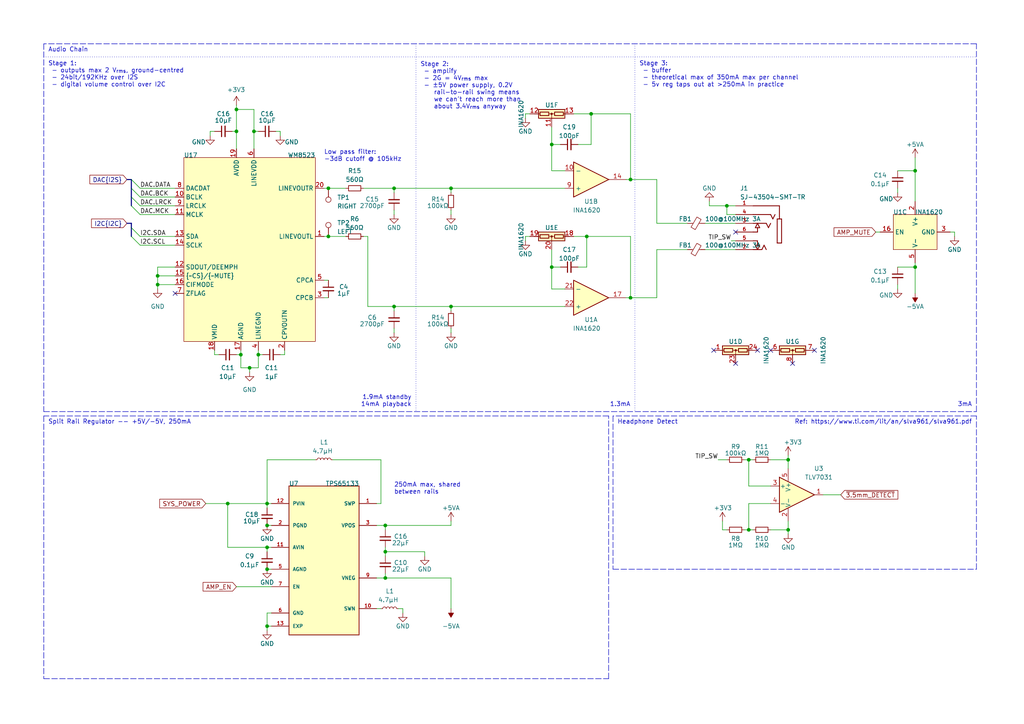
<source format=kicad_sch>
(kicad_sch (version 20230121) (generator eeschema)
  (paper "A4")
  (title_block (title "TANGARA") (date "2023-05-30") (rev "4") (company "made by jacqueline") (comment 1 "SPDX-License-Identifier: CERN-OHL-S-2.0"))
  (lib_symbols
    (symbol "Comparator:TLV7031DBV" (pin_names (offset 0.127))
      (property "Reference" "U" (at -1.27 6.35 0))
      (property "Value" "TLV7031DBV" (at -1.27 3.81 0))
      (symbol "TLV7031DBV_0_1"
        (polyline (pts (xy -5.08 5.08) (xy 5.08 0) (xy -5.08 -5.08) (xy -5.08 5.08)) (stroke (width 0.254)) (fill (type background)))
        (pin power_in line (at -2.54 -7.62 90) (length 3.81) (name "V-") (number "2"))
        (pin power_in line (at -2.54 7.62 270) (length 3.81) (name "V+") (number "5"))
      )
      (symbol "TLV7031DBV_1_1"
        (pin output line (at 7.62 0 180) (length 2.54) (name "~") (number "1"))
        (pin input line (at -7.62 2.54 0) (length 2.54) (name "+") (number "3"))
        (pin input line (at -7.62 -2.54 0) (length 2.54) (name "-") (number "4"))
      )
    )
    (symbol "Connector:TestPoint" (pin_numbers hide) (pin_names (offset 0.762) hide)
      (property "Reference" "TP" (at 0 6.858 0))
      (property "Value" "TestPoint" (at 0 5.08 0))
      (symbol "TestPoint_0_1"
        (circle (center 0 3.302) (radius 0.762))
      )
      (symbol "TestPoint_1_1"
        (pin passive line (at 0 0 90) (length 2.54) (name "1") (number "1"))
      )
    )
    (symbol "Device:C_Small" (pin_numbers hide) (pin_names (offset 0.254) hide)
      (property "Reference" "C" (at 0.254 1.778 0))
      (property "Value" "C_Small" (at 0.254 -2.032 0))
      (symbol "C_Small_0_1"
        (polyline (pts (xy -1.524 -0.508) (xy 1.524 -0.508)) (stroke (width 0.3302)))
        (polyline (pts (xy -1.524 0.508) (xy 1.524 0.508)) (stroke (width 0.3048)))
      )
      (symbol "C_Small_1_1"
        (pin passive line (at 0 2.54 270) (length 2.032) (name "~") (number "1"))
        (pin passive line (at 0 -2.54 90) (length 2.032) (name "~") (number "2"))
      )
    )
    (symbol "Device:Ferrite_Bead_Small" (pin_numbers hide) (pin_names (offset 0))
      (property "Reference" "FB" (at 1.905 1.27 0))
      (property "Value" "Device_Ferrite_Bead_Small" (at 1.905 -1.27 0))
      (symbol "Ferrite_Bead_Small_0_1"
        (polyline (pts (xy 0 -1.27) (xy 0 -0.7874)))
        (polyline (pts (xy 0 0.889) (xy 0 1.2954)))
        (polyline (pts (xy -1.8288 0.2794) (xy -1.1176 1.4986) (xy 1.8288 -0.2032) (xy 1.1176 -1.4224) (xy -1.8288 0.2794)))
      )
      (symbol "Ferrite_Bead_Small_1_1"
        (pin passive line (at 0 2.54 270) (length 1.27) (name "~") (number "1"))
        (pin passive line (at 0 -2.54 90) (length 1.27) (name "~") (number "2"))
      )
    )
    (symbol "Device:L_Small" (pin_numbers hide) (pin_names (offset 0.254) hide)
      (property "Reference" "L" (at 0.762 1.016 0))
      (property "Value" "L_Small" (at 0.762 -1.016 0))
      (symbol "L_Small_0_1"
        (arc (start 0 -2.032) (mid 0.5058 -1.524) (end 0 -1.016))
        (arc (start 0 -1.016) (mid 0.5058 -0.508) (end 0 0))
        (arc (start 0 0) (mid 0.5058 0.508) (end 0 1.016))
        (arc (start 0 1.016) (mid 0.5058 1.524) (end 0 2.032))
      )
      (symbol "L_Small_1_1"
        (pin passive line (at 0 2.54 270) (length 0.508) (name "~") (number "1"))
        (pin passive line (at 0 -2.54 90) (length 0.508) (name "~") (number "2"))
      )
    )
    (symbol "Device:R_Small" (pin_numbers hide) (pin_names (offset 0.254) hide)
      (property "Reference" "R" (at 0.762 0.508 0))
      (property "Value" "R_Small" (at 0.762 -1.016 0))
      (symbol "R_Small_0_1"
        (rectangle (start -0.762 1.778) (end 0.762 -1.778) (stroke (width 0.2032)))
      )
      (symbol "R_Small_1_1"
        (pin passive line (at 0 2.54 270) (length 0.762) (name "~") (number "1"))
        (pin passive line (at 0 -2.54 90) (length 0.762) (name "~") (number "2"))
      )
    )
    (symbol "power:+3V3" (power) (pin_names (offset 0))
      (property "Value" "+3V3" (at 0 3.556 0))
      (symbol "+3V3_0_1"
        (polyline (pts (xy -0.762 1.27) (xy 0 2.54)))
        (polyline (pts (xy 0 0) (xy 0 2.54)))
        (polyline (pts (xy 0 2.54) (xy 0.762 1.27)))
      )
      (symbol "+3V3_1_1"
        (pin power_in line (at 0 0 90) (length 0) hide (name "+3V3") (number "1"))
      )
    )
    (symbol "power:+5VA" (power) (pin_names (offset 0))
      (property "Value" "+5VA" (at 0 3.556 0))
      (symbol "+5VA_0_1"
        (polyline (pts (xy -0.762 1.27) (xy 0 2.54)))
        (polyline (pts (xy 0 0) (xy 0 2.54)))
        (polyline (pts (xy 0 2.54) (xy 0.762 1.27)))
      )
      (symbol "+5VA_1_1"
        (pin power_in line (at 0 0 90) (length 0) hide (name "+5VA") (number "1"))
      )
    )
    (symbol "power:-5VA" (power) (pin_names (offset 0))
      (property "Value" "-5VA" (at 0 3.81 0))
      (symbol "-5VA_0_0"
        (pin power_in line (at 0 0 90) (length 0) hide (name "-5VA") (number "1"))
      )
      (symbol "-5VA_0_1"
        (polyline (pts (xy 0 0) (xy 0 1.27) (xy 0.762 1.27) (xy 0 2.54) (xy -0.762 1.27) (xy 0 1.27)) (fill (type outline)))
      )
    )
    (symbol "power:GND" (power) (pin_names (offset 0))
      (property "Value" "GND" (at 0 -3.81 0))
      (symbol "GND_0_1"
        (polyline (pts (xy 0 0) (xy 0 -1.27) (xy 1.27 -1.27) (xy 0 -2.54) (xy -1.27 -1.27) (xy 0 -1.27)))
      )
      (symbol "GND_1_1"
        (pin power_in line (at 0 0 270) (length 0) hide (name "GND") (number "1"))
      )
    )
    (symbol "symbols:INA1620"
      (property "Reference" "U" (at -3.81 7.62 0))
      (symbol "INA1620_1_1"
        (polyline (pts (xy 6.35 0) (xy -3.81 5.08) (xy -3.81 -5.08) (xy 6.35 0)) (stroke (width 0.254)) (fill (type background)))
        (pin output line (at 11.43 0 180) (length 5.08) (name "") (number "17"))
        (pin input line (at -6.35 -2.54 0) (length 2.54) (name "-") (number "21"))
        (pin input line (at -6.35 2.54 0) (length 2.54) (name "+") (number "22"))
      )
      (symbol "INA1620_2_1"
        (polyline (pts (xy 6.35 0) (xy -3.81 5.08) (xy -3.81 -5.08) (xy 6.35 0)) (stroke (width 0.254)) (fill (type background)))
        (pin input line (at -6.35 -2.54 0) (length 2.54) (name "-") (number "10"))
        (pin output line (at 11.43 0 180) (length 5.08) (name "") (number "14"))
        (pin input line (at -6.35 2.54 0) (length 2.54) (name "+") (number "9"))
      )
      (symbol "INA1620_3_1"
        (rectangle (start -6.35 5.08) (end 6.35 -5.08) (fill (type background)))
        (pin no_connect line (at -6.35 1.27 0) (length 3.81) hide (name "NC") (number "15"))
        (pin power_in line (at -10.16 0 0) (length 3.81) (name "EN") (number "16"))
        (pin power_in line (at 0 8.89 270) (length 3.81) (name "V+") (number "2"))
        (pin power_in line (at 0 -8.89 90) (length 3.81) hide (name "EP") (number "25"))
        (pin power_in line (at 10.16 0 180) (length 3.81) (name "GND") (number "3"))
        (pin no_connect line (at -6.35 -1.27 0) (length 3.81) hide (name "NC") (number "4"))
        (pin power_in line (at 0 -8.89 90) (length 3.81) (name "V-") (number "5"))
      )
      (symbol "INA1620_4_1"
        (rectangle (start -1.27 3.81) (end 1.27 -3.81) (stroke (width 0.254)) (fill (type background)))
        (rectangle (start -0.508 -0.8382) (end 0.508 -3.3782) (stroke (width 0.254)))
        (rectangle (start -0.508 3.3782) (end 0.508 0.8382) (stroke (width 0.254)))
        (polyline (pts (xy 0 -5.08) (xy 0 -3.429)))
        (polyline (pts (xy 0 0.889) (xy 0 -0.889)))
        (polyline (pts (xy 0 5.08) (xy 0 3.3782)))
        (polyline (pts (xy 1.27 0) (xy 0 0)))
        (circle (center 0 0.0254) (radius 0.254) (fill (type outline)))
        (pin passive line (at 0 -6.35 90) (length 2.54) (name "~") (number "1"))
        (pin passive line (at 3.81 0 180) (length 2.54) (name "~") (number "23"))
        (pin passive line (at 0 6.35 270) (length 2.54) (name "") (number "24"))
      )
      (symbol "INA1620_5_1"
        (rectangle (start -1.27 3.81) (end 1.27 -3.81) (stroke (width 0.254)) (fill (type background)))
        (rectangle (start -0.508 -0.8382) (end 0.508 -3.3782) (stroke (width 0.254)))
        (rectangle (start -0.508 3.3782) (end 0.508 0.8382) (stroke (width 0.254)))
        (polyline (pts (xy 0 -5.08) (xy 0 -3.429)))
        (polyline (pts (xy 0 0.889) (xy 0 -0.889)))
        (polyline (pts (xy 0 5.08) (xy 0 3.3782)))
        (polyline (pts (xy 1.27 0) (xy 0 0)))
        (circle (center 0 0.0254) (radius 0.254) (fill (type outline)))
        (pin passive line (at 0 -6.35 90) (length 2.54) (name "~") (number "18"))
        (pin passive line (at 0 6.35 270) (length 2.54) (name "~") (number "19"))
        (pin passive line (at 3.81 0 180) (length 2.54) (name "~") (number "20"))
      )
      (symbol "INA1620_6_1"
        (rectangle (start -1.27 3.81) (end 1.27 -3.81) (stroke (width 0.254)) (fill (type background)))
        (rectangle (start -0.508 -0.8382) (end 0.508 -3.3782) (stroke (width 0.254)))
        (rectangle (start -0.508 3.3782) (end 0.508 0.8382) (stroke (width 0.254)))
        (polyline (pts (xy 0 -5.08) (xy 0 -3.429)))
        (polyline (pts (xy 0 0.889) (xy 0 -0.889)))
        (polyline (pts (xy 0 5.08) (xy 0 3.3782)))
        (polyline (pts (xy 1.27 0) (xy 0 0)))
        (circle (center 0 0.0254) (radius 0.254) (fill (type outline)))
        (pin passive line (at 3.81 0 180) (length 2.54) (name "~") (number "11"))
        (pin passive line (at 0 6.35 270) (length 2.54) (name "~") (number "12"))
        (pin passive line (at 0 -6.35 90) (length 2.54) (name "~") (number "13"))
      )
      (symbol "INA1620_7_1"
        (rectangle (start -1.27 3.81) (end 1.27 -3.81) (stroke (width 0.254)) (fill (type background)))
        (rectangle (start -0.508 -0.8382) (end 0.508 -3.3782) (stroke (width 0.254)))
        (rectangle (start -0.508 3.3782) (end 0.508 0.8382) (stroke (width 0.254)))
        (polyline (pts (xy 0 -5.08) (xy 0 -3.429)))
        (polyline (pts (xy 0 0.889) (xy 0 -0.889)))
        (polyline (pts (xy 0 5.08) (xy 0 3.3782)))
        (polyline (pts (xy 1.27 0) (xy 0 0)))
        (circle (center 0 0.0254) (radius 0.254) (fill (type outline)))
        (pin passive line (at 0 -6.35 90) (length 2.54) (name "~") (number "6"))
        (pin passive line (at 0 6.35 270) (length 2.54) (name "~") (number "7"))
        (pin passive line (at 3.81 0 180) (length 2.54) (name "~") (number "8"))
      )
    )
    (symbol "symbols:SJ-43504-SMT-TR" (pin_names (offset 1.016))
      (property "Reference" "J" (at -8.9086 6.3633 0))
      (property "Value" "SJ-43504-SMT-TR" (at -8.8984 -11.4407 0))
      (symbol "SJ-43504-SMT-TR_0_0"
        (polyline (pts (xy -8.255 -5.715) (xy -8.255 1.27)) (stroke (width 0.254)))
        (polyline (pts (xy -8.255 1.27) (xy -7.62 1.27)) (stroke (width 0.254)))
        (polyline (pts (xy -7.62 1.27) (xy -6.985 1.27)) (stroke (width 0.254)))
        (polyline (pts (xy -7.62 5.08) (xy -7.62 1.27)) (stroke (width 0.254)))
        (polyline (pts (xy -6.985 -5.715) (xy -8.255 -5.715)) (stroke (width 0.254)))
        (polyline (pts (xy -6.985 1.27) (xy -6.985 -5.715)) (stroke (width 0.254)))
        (polyline (pts (xy -5.715 1.27) (xy -6.35 2.54)) (stroke (width 0.254)))
        (polyline (pts (xy -5.08 2.54) (xy -5.715 1.27)) (stroke (width 0.254)))
        (polyline (pts (xy -4.445 -1.27) (xy -5.08 0)) (stroke (width 0.254)))
        (polyline (pts (xy -3.81 0) (xy -4.445 -1.27)) (stroke (width 0.254)))
        (polyline (pts (xy -3.175 -6.35) (xy -3.81 -7.62)) (stroke (width 0.254)))
        (polyline (pts (xy -2.54 -7.62) (xy -3.175 -6.35)) (stroke (width 0.254)))
        (polyline (pts (xy -1.905 -6.35) (xy -1.27 -6.35)) (stroke (width 0.254)))
        (polyline (pts (xy -1.905 -1.27) (xy -1.27 -1.27)) (stroke (width 0.254)))
        (polyline (pts (xy -1.27 -7.62) (xy -2.54 -7.62)) (stroke (width 0.254)))
        (polyline (pts (xy -1.27 -7.62) (xy -1.905 -6.35)) (stroke (width 0.254)))
        (polyline (pts (xy -1.27 -6.35) (xy -0.635 -6.35)) (stroke (width 0.254)))
        (polyline (pts (xy -1.27 -5.08) (xy -1.27 -6.35)) (stroke (width 0.254)))
        (polyline (pts (xy -1.27 -2.54) (xy -1.27 -1.27)) (stroke (width 0.254)))
        (polyline (pts (xy -1.27 -1.27) (xy -0.635 -1.27)) (stroke (width 0.254)))
        (polyline (pts (xy -1.27 0) (xy -3.81 0)) (stroke (width 0.254)))
        (polyline (pts (xy -1.27 0) (xy -1.905 -1.27)) (stroke (width 0.254)))
        (polyline (pts (xy -0.635 -6.35) (xy -1.27 -7.62)) (stroke (width 0.254)))
        (polyline (pts (xy -0.635 -1.27) (xy -1.27 0)) (stroke (width 0.254)))
        (polyline (pts (xy 0 -7.62) (xy -1.27 -7.62)) (stroke (width 0.254)))
        (polyline (pts (xy 0 -5.08) (xy -1.27 -5.08)) (stroke (width 0.254)))
        (polyline (pts (xy 0 -2.54) (xy -1.27 -2.54)) (stroke (width 0.254)))
        (polyline (pts (xy 0 0) (xy -1.27 0)) (stroke (width 0.254)))
        (polyline (pts (xy 0 2.54) (xy -5.08 2.54)) (stroke (width 0.254)))
        (polyline (pts (xy 0 5.08) (xy -7.62 5.08)) (stroke (width 0.254)))
        (pin passive line (at 5.08 5.08 180) (length 5.08) (name "~") (number "1"))
        (pin passive line (at 5.08 -7.62 180) (length 5.08) (name "~") (number "2"))
        (pin passive line (at 5.08 0 180) (length 5.08) (name "~") (number "3"))
        (pin passive line (at 5.08 2.54 180) (length 5.08) (name "~") (number "4"))
        (pin passive line (at 5.08 -5.08 180) (length 5.08) (name "~") (number "5"))
        (pin passive line (at 5.08 -2.54 180) (length 5.08) (name "~") (number "6"))
      )
    )
    (symbol "symbols:TPS65135RTER" (pin_names (offset 1.016))
      (property "Reference" "U" (at -10.16 23.622 0))
      (property "Value" "TPS65135RTER" (at -10.16 -22.86 0))
      (symbol "TPS65135RTER_0_0"
        (rectangle (start -10.16 22.86) (end 10.16 -20.32) (stroke (width 0.254)) (fill (type background)))
        (pin bidirectional line (at 15.24 17.78 180) (length 5.08) (name "SWP") (number "1"))
        (pin bidirectional line (at 15.24 -12.7 180) (length 5.08) (name "SWN") (number "10"))
        (pin bidirectional line (at -15.24 5.08 0) (length 5.08) (name "AVIN") (number "11"))
        (pin bidirectional line (at -15.24 17.78 0) (length 5.08) (name "PVIN") (number "12"))
        (pin power_in line (at -15.24 -17.78 0) (length 5.08) (name "EXP") (number "13"))
        (pin power_in line (at -15.24 11.43 0) (length 5.08) (name "PGND") (number "2"))
        (pin output line (at 15.24 11.43 180) (length 5.08) (name "VPOS") (number "3"))
        (pin power_in line (at -15.24 -13.97 0) (length 5.08) hide (name "GND") (number "4"))
        (pin input line (at -15.24 -1.27 0) (length 5.08) (name "AGND") (number "5"))
        (pin power_in line (at -15.24 -13.97 0) (length 5.08) (name "GND") (number "6"))
        (pin input line (at -15.24 -6.35 0) (length 5.08) (name "EN") (number "7"))
        (pin output line (at -15.24 -13.97 0) (length 5.08) hide (name "GND") (number "8"))
        (pin output line (at 15.24 -3.81 180) (length 5.08) (name "VNEG") (number "9"))
      )
    )
    (symbol "symbols:WM8523"
      (property "Reference" "U" (at -3.81 5.08 0))
      (symbol "WM8523_0_0"
        (pin output line (at 21.59 2.54 180) (length 2.54) (name "LINEVOUTL") (number "1"))
        (pin output line (at -21.59 13.97 0) (length 2.54) (name "BCLK") (number "10"))
        (pin output line (at -21.59 8.89 0) (length 2.54) (name "MCLK") (number "11"))
        (pin output line (at -21.59 -6.35 0) (length 2.54) (name "SDOUT/DEEMPH") (number "12"))
        (pin output line (at -21.59 2.54 0) (length 2.54) (name "SDA") (number "13"))
        (pin output line (at -21.59 0 0) (length 2.54) (name "SCLK") (number "14"))
        (pin output line (at -21.59 -8.89 0) (length 2.54) (name "{~CS}/{~MUTE}") (number "15"))
        (pin output line (at -21.59 -11.43 0) (length 2.54) (name "CIFMODE") (number "16"))
        (pin output line (at -2.54 -30.48 90) (length 2.54) (name "AGND") (number "17"))
        (pin output line (at -10.16 -30.48 90) (length 2.54) (name "VMID") (number "18"))
        (pin output line (at -3.81 27.94 270) (length 2.54) (name "AVDD") (number "19"))
        (pin output line (at 10.16 -30.48 90) (length 2.54) (name "CPVOUTN") (number "2"))
        (pin output line (at 21.59 16.51 180) (length 2.54) (name "LINEVOUTR") (number "20"))
        (pin output line (at 21.59 -15.24 180) (length 2.54) (name "CPCB") (number "3"))
        (pin output line (at 2.54 -30.48 90) (length 2.54) (name "LINEGND") (number "4"))
        (pin output line (at 21.59 -10.16 180) (length 2.54) (name "CPCA") (number "5"))
        (pin output line (at 1.27 27.94 270) (length 2.54) (name "LINEVDD") (number "6"))
        (pin output line (at -21.59 -13.97 0) (length 2.54) (name "ZFLAG") (number "7"))
        (pin output line (at -21.59 16.51 0) (length 2.54) (name "DACDAT") (number "8"))
        (pin output line (at -21.59 11.43 0) (length 2.54) (name "LRCLK") (number "9"))
      )
      (symbol "WM8523_0_1"
        (rectangle (start -19.05 25.4) (end 19.05 -27.94) (fill (type background)))
      )
    )
  )
  (junction (at 68.58 31.75))
  (junction (at 45.72 80.01))
  (junction (at 95.25 54.61))
  (junction (at 74.93 102.87))
  (junction (at 265.43 49.53))
  (junction (at 130.81 88.9))
  (junction (at 66.04 146.05))
  (junction (at 228.6 153.67))
  (junction (at 77.47 181.61))
  (junction (at 171.45 33.02))
  (junction (at 111.76 167.64))
  (junction (at 77.47 165.1))
  (junction (at 77.47 152.4))
  (junction (at 160.02 41.91))
  (junction (at 77.47 158.75))
  (junction (at 73.66 38.1))
  (junction (at 182.88 86.36))
  (junction (at 68.58 38.1))
  (junction (at 217.17 133.35))
  (junction (at 111.76 152.4))
  (junction (at 111.76 160.02))
  (junction (at 72.39 106.68))
  (junction (at 77.47 146.05))
  (junction (at 69.85 102.87))
  (junction (at 130.81 54.61))
  (junction (at 217.17 153.67))
  (junction (at 210.82 59.69))
  (junction (at 182.88 52.07))
  (junction (at 170.18 68.58))
  (junction (at 95.25 68.58))
  (junction (at 114.3 88.9))
  (junction (at 160.02 77.47))
  (junction (at 45.72 82.55))
  (junction (at 265.43 77.47))
  (junction (at 114.3 54.61))
  (junction (at 228.6 133.35))
  (no_connect (at 219.71 101.6))
  (no_connect (at 50.8 85.09))
  (no_connect (at 207.01 101.6))
  (no_connect (at 213.36 67.31))
  (no_connect (at 236.22 101.6))
  (no_connect (at 223.52 101.6))
  (no_connect (at 229.87 105.41))
  (no_connect (at 213.36 105.41))
  (bus_entry (at 38.1 52.07) (size 2.54 2.54))
  (bus_entry (at 38.1 59.69) (size 2.54 2.54))
  (bus_entry (at 40.64 71.12) (size -2.54 -2.54))
  (bus_entry (at 38.1 57.15) (size 2.54 2.54))
  (bus_entry (at 38.1 54.61) (size 2.54 2.54))
  (bus_entry (at 40.64 68.58) (size -2.54 -2.54))
  (wire (pts (xy 109.22 146.05) (xy 110.49 146.05)))
  (polyline (pts (xy 12.7 16.51) (xy 283.21 16.51)) (stroke (width 0) (type dot)))
  (bus (pts (xy 38.1 54.61) (xy 38.1 57.15)))
  (wire (pts (xy 182.88 68.58) (xy 182.88 86.36)))
  (wire (pts (xy 68.58 31.75) (xy 68.58 38.1)))
  (wire (pts (xy 160.02 49.53) (xy 160.02 41.91)))
  (wire (pts (xy 82.55 102.87) (xy 81.28 102.87)))
  (polyline (pts (xy 283.21 12.7) (xy 12.7 12.7)) (stroke (width 0) (type dash)))
  (polyline (pts (xy 283.21 119.38) (xy 283.21 12.7)) (stroke (width 0) (type dash)))
  (wire (pts (xy 181.61 86.36) (xy 182.88 86.36)))
  (wire (pts (xy 181.61 52.07) (xy 182.88 52.07)))
  (polyline (pts (xy 120.65 12.7) (xy 120.65 119.38)) (stroke (width 0) (type dot)))
  (wire (pts (xy 40.64 68.58) (xy 50.8 68.58)))
  (wire (pts (xy 77.47 133.35) (xy 91.44 133.35)))
  (wire (pts (xy 110.49 176.53) (xy 109.22 176.53)))
  (wire (pts (xy 62.23 102.87) (xy 63.5 102.87)))
  (wire (pts (xy 160.02 72.39) (xy 160.02 77.47)))
  (wire (pts (xy 170.18 77.47) (xy 170.18 68.58)))
  (wire (pts (xy 276.86 67.31) (xy 275.59 67.31)))
  (wire (pts (xy 190.5 64.77) (xy 199.39 64.77)))
  (wire (pts (xy 73.66 31.75) (xy 68.58 31.75)))
  (wire (pts (xy 66.04 158.75) (xy 66.04 146.05)))
  (wire (pts (xy 212.09 69.85) (xy 213.36 69.85)))
  (wire (pts (xy 160.02 83.82) (xy 163.83 83.82)))
  (wire (pts (xy 223.52 140.97) (xy 217.17 140.97)))
  (wire (pts (xy 45.72 80.01) (xy 45.72 82.55)))
  (wire (pts (xy 265.43 77.47) (xy 265.43 76.2)))
  (wire (pts (xy 50.8 77.47) (xy 45.72 77.47)))
  (wire (pts (xy 190.5 52.07) (xy 182.88 52.07)))
  (wire (pts (xy 130.81 96.52) (xy 130.81 95.25)))
  (wire (pts (xy 114.3 62.23) (xy 114.3 60.96)))
  (wire (pts (xy 209.55 153.67) (xy 210.82 153.67)))
  (wire (pts (xy 62.23 101.6) (xy 62.23 102.87)))
  (wire (pts (xy 116.84 176.53) (xy 116.84 177.8)))
  (polyline (pts (xy 283.21 120.65) (xy 177.8 120.65)) (stroke (width 0) (type dash)))
  (wire (pts (xy 238.76 143.51) (xy 243.84 143.51)))
  (wire (pts (xy 77.47 147.32) (xy 77.47 146.05)))
  (wire (pts (xy 205.74 59.69) (xy 205.74 58.42)))
  (wire (pts (xy 68.58 38.1) (xy 68.58 43.18)))
  (wire (pts (xy 110.49 146.05) (xy 110.49 133.35)))
  (wire (pts (xy 40.64 54.61) (xy 50.8 54.61)))
  (wire (pts (xy 111.76 152.4) (xy 111.76 153.67)))
  (wire (pts (xy 166.37 33.02) (xy 171.45 33.02)))
  (polyline (pts (xy 176.53 120.65) (xy 12.7 120.65)) (stroke (width 0) (type dash)))
  (wire (pts (xy 77.47 182.88) (xy 77.47 181.61)))
  (wire (pts (xy 100.33 68.58) (xy 95.25 68.58)))
  (wire (pts (xy 228.6 132.08) (xy 228.6 133.35)))
  (wire (pts (xy 130.81 167.64) (xy 111.76 167.64)))
  (wire (pts (xy 254 67.31) (xy 255.27 67.31)))
  (wire (pts (xy 68.58 30.48) (xy 68.58 31.75)))
  (wire (pts (xy 100.33 54.61) (xy 95.25 54.61)))
  (bus (pts (xy 36.83 64.77) (xy 38.1 64.77)))
  (wire (pts (xy 69.85 102.87) (xy 68.58 102.87)))
  (wire (pts (xy 77.47 146.05) (xy 77.47 133.35)))
  (wire (pts (xy 260.35 77.47) (xy 265.43 77.47)))
  (wire (pts (xy 114.3 96.52) (xy 114.3 95.25)))
  (wire (pts (xy 160.02 77.47) (xy 162.56 77.47)))
  (wire (pts (xy 160.02 36.83) (xy 160.02 41.91)))
  (wire (pts (xy 217.17 140.97) (xy 217.17 133.35)))
  (wire (pts (xy 62.23 38.1) (xy 60.96 38.1)))
  (wire (pts (xy 153.67 68.58) (xy 152.4 68.58)))
  (wire (pts (xy 69.85 106.68) (xy 69.85 102.87)))
  (wire (pts (xy 95.25 86.36) (xy 93.98 86.36)))
  (wire (pts (xy 81.28 38.1) (xy 80.01 38.1)))
  (wire (pts (xy 223.52 146.05) (xy 217.17 146.05)))
  (wire (pts (xy 74.93 106.68) (xy 72.39 106.68)))
  (wire (pts (xy 111.76 160.02) (xy 111.76 161.29)))
  (wire (pts (xy 130.81 151.13) (xy 130.81 152.4)))
  (wire (pts (xy 205.74 59.69) (xy 210.82 59.69)))
  (polyline (pts (xy 283.21 165.1) (xy 283.21 120.65)) (stroke (width 0) (type dash)))
  (wire (pts (xy 215.9 153.67) (xy 217.17 153.67)))
  (wire (pts (xy 167.64 77.47) (xy 170.18 77.47)))
  (wire (pts (xy 69.85 101.6) (xy 69.85 102.87)))
  (wire (pts (xy 74.93 102.87) (xy 76.2 102.87)))
  (wire (pts (xy 171.45 33.02) (xy 182.88 33.02)))
  (wire (pts (xy 81.28 39.37) (xy 81.28 38.1)))
  (wire (pts (xy 111.76 152.4) (xy 130.81 152.4)))
  (wire (pts (xy 260.35 83.82) (xy 260.35 82.55)))
  (wire (pts (xy 215.9 133.35) (xy 217.17 133.35)))
  (wire (pts (xy 213.36 64.77) (xy 204.47 64.77)))
  (wire (pts (xy 265.43 77.47) (xy 265.43 85.09)))
  (wire (pts (xy 74.93 102.87) (xy 74.93 106.68)))
  (wire (pts (xy 223.52 133.35) (xy 228.6 133.35)))
  (wire (pts (xy 109.22 152.4) (xy 111.76 152.4)))
  (wire (pts (xy 130.81 55.88) (xy 130.81 54.61)))
  (wire (pts (xy 40.64 71.12) (xy 50.8 71.12)))
  (wire (pts (xy 130.81 54.61) (xy 163.83 54.61)))
  (wire (pts (xy 170.18 68.58) (xy 182.88 68.58)))
  (wire (pts (xy 265.43 49.53) (xy 260.35 49.53)))
  (wire (pts (xy 77.47 181.61) (xy 78.74 181.61)))
  (wire (pts (xy 72.39 106.68) (xy 69.85 106.68)))
  (wire (pts (xy 106.68 88.9) (xy 114.3 88.9)))
  (wire (pts (xy 114.3 54.61) (xy 130.81 54.61)))
  (polyline (pts (xy 177.8 165.1) (xy 283.21 165.1)) (stroke (width 0) (type dash)))
  (wire (pts (xy 111.76 158.75) (xy 111.76 160.02)))
  (wire (pts (xy 217.17 153.67) (xy 218.44 153.67)))
  (wire (pts (xy 59.69 146.05) (xy 66.04 146.05)))
  (wire (pts (xy 130.81 90.17) (xy 130.81 88.9)))
  (polyline (pts (xy 12.7 12.7) (xy 12.7 119.38)) (stroke (width 0) (type dash)))
  (wire (pts (xy 228.6 154.94) (xy 228.6 153.67)))
  (wire (pts (xy 190.5 64.77) (xy 190.5 52.07)))
  (wire (pts (xy 106.68 68.58) (xy 106.68 88.9)))
  (bus (pts (xy 36.83 52.07) (xy 38.1 52.07)))
  (polyline (pts (xy 176.53 196.85) (xy 176.53 120.65)) (stroke (width 0) (type dash)))
  (wire (pts (xy 213.36 62.23) (xy 210.82 62.23)))
  (wire (pts (xy 40.64 62.23) (xy 50.8 62.23)))
  (wire (pts (xy 72.39 106.68) (xy 72.39 107.95)))
  (wire (pts (xy 74.93 101.6) (xy 74.93 102.87)))
  (wire (pts (xy 217.17 133.35) (xy 218.44 133.35)))
  (bus (pts (xy 38.1 57.15) (xy 38.1 59.69)))
  (wire (pts (xy 60.96 38.1) (xy 60.96 39.37)))
  (wire (pts (xy 167.64 41.91) (xy 171.45 41.91)))
  (bus (pts (xy 38.1 66.04) (xy 38.1 68.58)))
  (wire (pts (xy 73.66 38.1) (xy 73.66 43.18)))
  (wire (pts (xy 123.19 160.02) (xy 111.76 160.02)))
  (wire (pts (xy 40.64 57.15) (xy 50.8 57.15)))
  (polyline (pts (xy 12.7 120.65) (xy 12.7 196.85)) (stroke (width 0) (type dash)))
  (wire (pts (xy 68.58 170.18) (xy 78.74 170.18)))
  (wire (pts (xy 265.43 45.72) (xy 265.43 49.53)))
  (wire (pts (xy 109.22 167.64) (xy 111.76 167.64)))
  (polyline (pts (xy 12.7 196.85) (xy 176.53 196.85)) (stroke (width 0) (type dash)))
  (wire (pts (xy 276.86 68.58) (xy 276.86 67.31)))
  (wire (pts (xy 114.3 88.9) (xy 130.81 88.9)))
  (wire (pts (xy 77.47 165.1) (xy 78.74 165.1)))
  (wire (pts (xy 77.47 158.75) (xy 78.74 158.75)))
  (wire (pts (xy 209.55 151.13) (xy 209.55 153.67)))
  (wire (pts (xy 265.43 49.53) (xy 265.43 58.42)))
  (wire (pts (xy 77.47 152.4) (xy 78.74 152.4)))
  (wire (pts (xy 190.5 72.39) (xy 199.39 72.39)))
  (wire (pts (xy 130.81 62.23) (xy 130.81 60.96)))
  (wire (pts (xy 82.55 101.6) (xy 82.55 102.87)))
  (wire (pts (xy 130.81 176.53) (xy 130.81 167.64)))
  (wire (pts (xy 110.49 133.35) (xy 96.52 133.35)))
  (wire (pts (xy 152.4 33.02) (xy 152.4 34.29)))
  (wire (pts (xy 95.25 81.28) (xy 93.98 81.28)))
  (wire (pts (xy 208.28 133.35) (xy 210.82 133.35)))
  (wire (pts (xy 210.82 62.23) (xy 210.82 59.69)))
  (wire (pts (xy 95.25 68.58) (xy 93.98 68.58)))
  (wire (pts (xy 77.47 146.05) (xy 78.74 146.05)))
  (wire (pts (xy 111.76 166.37) (xy 111.76 167.64)))
  (wire (pts (xy 45.72 82.55) (xy 45.72 83.82)))
  (wire (pts (xy 190.5 72.39) (xy 190.5 86.36)))
  (wire (pts (xy 153.67 33.02) (xy 152.4 33.02)))
  (bus (pts (xy 38.1 52.07) (xy 38.1 54.61)))
  (wire (pts (xy 115.57 176.53) (xy 116.84 176.53)))
  (wire (pts (xy 50.8 82.55) (xy 45.72 82.55)))
  (wire (pts (xy 171.45 41.91) (xy 171.45 33.02)))
  (wire (pts (xy 130.81 88.9) (xy 163.83 88.9)))
  (wire (pts (xy 228.6 133.35) (xy 228.6 135.89)))
  (wire (pts (xy 95.25 54.61) (xy 93.98 54.61)))
  (wire (pts (xy 114.3 88.9) (xy 114.3 90.17)))
  (wire (pts (xy 77.47 158.75) (xy 66.04 158.75)))
  (wire (pts (xy 66.04 146.05) (xy 77.47 146.05)))
  (wire (pts (xy 217.17 146.05) (xy 217.17 153.67)))
  (wire (pts (xy 123.19 161.29) (xy 123.19 160.02)))
  (wire (pts (xy 74.93 38.1) (xy 73.66 38.1)))
  (wire (pts (xy 78.74 177.8) (xy 77.47 177.8)))
  (wire (pts (xy 77.47 160.02) (xy 77.47 158.75)))
  (wire (pts (xy 152.4 68.58) (xy 152.4 69.85)))
  (wire (pts (xy 163.83 49.53) (xy 160.02 49.53)))
  (wire (pts (xy 105.41 54.61) (xy 114.3 54.61)))
  (wire (pts (xy 182.88 33.02) (xy 182.88 52.07)))
  (wire (pts (xy 223.52 153.67) (xy 228.6 153.67)))
  (wire (pts (xy 166.37 68.58) (xy 170.18 68.58)))
  (wire (pts (xy 160.02 41.91) (xy 162.56 41.91)))
  (wire (pts (xy 160.02 77.47) (xy 160.02 83.82)))
  (wire (pts (xy 67.31 38.1) (xy 68.58 38.1)))
  (wire (pts (xy 50.8 80.01) (xy 45.72 80.01)))
  (wire (pts (xy 105.41 68.58) (xy 106.68 68.58)))
  (polyline (pts (xy 184.15 12.7) (xy 184.15 119.38)) (stroke (width 0) (type dot)))
  (polyline (pts (xy 177.8 120.65) (xy 177.8 165.1)) (stroke (width 0) (type dash)))
  (wire (pts (xy 40.64 59.69) (xy 50.8 59.69)))
  (wire (pts (xy 260.35 55.88) (xy 260.35 54.61)))
  (wire (pts (xy 228.6 153.67) (xy 228.6 151.13)))
  (wire (pts (xy 45.72 77.47) (xy 45.72 80.01)))
  (polyline (pts (xy 12.7 119.38) (xy 283.21 119.38)) (stroke (width 0) (type dash)))
  (wire (pts (xy 73.66 38.1) (xy 73.66 31.75)))
  (wire (pts (xy 182.88 86.36) (xy 190.5 86.36)))
  (wire (pts (xy 77.47 177.8) (xy 77.47 181.61)))
  (wire (pts (xy 213.36 72.39) (xy 204.47 72.39)))
  (wire (pts (xy 114.3 54.61) (xy 114.3 55.88)))
  (wire (pts (xy 210.82 59.69) (xy 213.36 59.69)))
  (bus (pts (xy 38.1 64.77) (xy 38.1 66.04)))
  (text "Low pass filter:\n-3dB cutoff @ 105kHz" (at 93.98 46.99 0) (effects (font (size 1.27 1.27)) (justify left bottom)))
  (text "Stage 2:\n - amplify\n - 2G = 4V_{rms} max\n - ±5V power supply, 0.2V\n    rail-to-rail swing means\n    we can't reach more than\n    about 3.4V_{rms} anyway" (at 121.92 31.75 0) (effects (font (size 1.27 1.27)) (justify left bottom)))
  (text "1.9mA standby\n14mA playback" (at 119.38 118.11 0) (effects (font (size 1.27 1.27)) (justify right bottom)))
  (text "Audio Chain\n" (at 13.97 15.24 0) (effects (font (size 1.27 1.27)) (justify left bottom)))
  (text "Ref: https://www.ti.com/lit/an/slva961/slva961.pdf" (at 281.94 123.19 0) (effects (font (size 1.27 1.27)) (justify right bottom)))
  (text "Stage 1:\n - outputs max 2 V_{rms}, ground-centred\n - 24bit/192KHz over I2S\n - digital volume control over I2C" (at 13.97 25.4 0) (effects (font (size 1.27 1.27)) (justify left bottom)))
  (text "250mA max, shared\nbetween rails" (at 114.3 143.51 0) (effects (font (size 1.27 1.27)) (justify left bottom)))
  (text "Stage 3:\n - buffer\n - theoretical max of 350mA max per channel\n - 5v reg taps out at >250mA in practice" (at 185.42 25.4 0) (effects (font (size 1.27 1.27)) (justify left bottom)))
  (text "Headphone Detect" (at 179.07 123.19 0) (effects (font (size 1.27 1.27)) (justify left bottom)))
  (text "3mA" (at 281.94 118.11 0) (effects (font (size 1.27 1.27)) (justify right bottom)))
  (text "1.3mA" (at 182.88 118.11 0) (effects (font (size 1.27 1.27)) (justify right bottom)))
  (text "Split Rail Regulator -- +5V/-5V, 250mA" (at 13.97 123.19 0) (effects (font (size 1.27 1.27)) (justify left bottom)))
  (label "TIP_SW" (at 212.09 69.85 180))
  (label "I2C.SDA" (at 40.64 68.58 0))
  (label "DAC.MCK" (at 40.64 62.23 0))
  (label "TIP_SW" (at 208.28 133.35 180))
  (label "DAC.LRCK" (at 40.64 59.69 0))
  (label "DAC.DATA" (at 40.64 54.61 0))
  (label "DAC.BCK" (at 40.64 57.15 0))
  (label "I2C.SCL" (at 40.64 71.12 0))
  (global_label "AMP_MUTE" (shape input) (at 254 67.31 180) (property "Intersheetrefs" "${INTERSHEET_REFS}" (effects hide)))
  (global_label "~{3.5mm_DETECT}" (shape input) (at 243.84 143.51 0) (property "Intersheetrefs" "${INTERSHEET_REFS}" (effects hide)))
  (global_label "AMP_EN" (shape input) (at 68.58 170.18 180) (property "Intersheetrefs" "${INTERSHEET_REFS}" (effects hide)))
  (global_label "I2C{I2C}" (shape input) (at 36.83 64.77 180) (property "Intersheetrefs" "${INTERSHEET_REFS}" (effects hide)))
  (global_label "DAC{I2S}" (shape input) (at 36.83 52.07 180) (property "Intersheetrefs" "${INTERSHEET_REFS}" (effects hide)))
  (global_label "SYS_POWER" (shape input) (at 59.69 146.05 180) (property "Intersheetrefs" "${INTERSHEET_REFS}" (effects hide)))
  (symbol (lib_id "power:GND") (at 77.47 165.1 0) (unit 1)
    (property "Reference" "#PWR015" (effects hide))
    (property "Value" "GND" (at 77.47 168.91 0))
  )
  (symbol (lib_id "symbols:SJ-43504-SMT-TR") (at 218.44 64.77 0) (mirror y) (unit 1)
    (property "Reference" "J1" (at 214.63 54.61 0) (effects (justify right)))
    (property "Value" "SJ-43504-SMT-TR" (at 214.63 57.15 0) (effects (justify right)))
    (property "Footprint" "footprints:CUI_SJ-43504-SMT-TR" (effects hide))
    (property "MPN" "SJ-43504-SMT-TR" (effects hide))
  )
  (symbol (lib_id "power:+3V3") (at 68.58 30.48 0) (unit 1)
    (property "Reference" "#PWR07" (effects hide))
    (property "Value" "+3V3" (at 71.12 26.035 0) (effects (justify right)))
  )
  (symbol (lib_id "power:GND") (at 228.6 154.94 0) (unit 1)
    (property "Reference" "#PWR048" (effects hide))
    (property "Value" "GND" (at 228.6 158.75 0))
  )
  (symbol (lib_id "power:GND") (at 276.86 68.58 0) (unit 1)
    (property "Reference" "#PWR038" (effects hide))
    (property "Value" "GND" (at 276.86 72.39 0))
  )
  (symbol (lib_id "Device:Ferrite_Bead_Small") (at 201.93 72.39 90) (unit 1)
    (property "Reference" "FB1" (at 200.66 71.12 90) (effects (justify left)))
    (property "Value" "100@100MHz 3A" (at 204.47 71.12 90) (effects (justify right)))
    (property "Footprint" "Inductor_SMD:L_0603_1608Metric" (effects hide))
    (property "MPN" "BLM18KG101TN1D" (effects hide))
    (instances (project "gay-ipod" (path "" (reference "FB1") (unit 1)) (path "" (reference "FB2") (unit 1)) (path "" (reference "FB3") (unit 1))) (project "reform2-motherboard" (path "" (reference "FB17") (unit 1))))
  )
  (symbol (lib_id "Device:Ferrite_Bead_Small") (at 201.93 64.77 90) (unit 1)
    (property "Reference" "FB1" (at 200.66 63.5 90) (effects (justify left)))
    (property "Value" "100@100MHz 3A" (at 204.47 63.5 90) (effects (justify right)))
    (property "Footprint" "Inductor_SMD:L_0603_1608Metric" (effects hide))
    (property "MPN" "BLM18KG101TN1D" (effects hide))
    (instances (project "gay-ipod" (path "" (reference "FB1") (unit 1)) (path "" (reference "FB2") (unit 1)) (path "" (reference "FB4") (unit 1))) (project "reform2-motherboard" (path "" (reference "FB17") (unit 1))))
  )
  (symbol (lib_id "symbols:INA1620") (at 265.43 67.31 0) (unit 3)
    (property "Reference" "U1" (at 259.08 62.23 0) (effects (justify left bottom)))
    (property "Value" "INA1620" (at 265.43 62.23 0) (effects (justify left bottom)))
    (property "Footprint" "Package_DFN_QFN:QFN-24-1EP_4x4mm_P0.5mm_EP2.7x2.7mm_ThermalVias" (effects hide))
  )
  (symbol (lib_id "Device:R_Small") (at 130.81 92.71 180) (unit 1)
    (property "Reference" "R14" (at 127 92.075 0))
    (property "Value" "100kΩ" (at 127 93.98 0))
    (property "Footprint" "Resistor_SMD:R_0603_1608Metric" (effects hide))
    (property "MPN" "RC0603JR-10100KL" (effects hide))
  )
  (symbol (lib_id "power:GND") (at 60.96 39.37 0) (unit 1)
    (property "Reference" "#PWR017" (effects hide))
    (property "Value" "GND" (at 59.69 41.91 0) (effects (justify right bottom)))
  )
  (symbol (lib_id "Device:C_Small") (at 165.1 41.91 90) (unit 1)
    (property "Reference" "C19" (at 165.1063 36.83 90))
    (property "Value" "100pF" (at 165.1063 39.37 90))
    (property "Footprint" "Capacitor_SMD:C_0603_1608Metric" (effects hide))
  )
  (symbol (lib_id "Device:C_Small") (at 114.3 58.42 180) (unit 1)
    (property "Reference" "C15" (at 107.95 57.785 0))
    (property "Value" "2700pF" (at 107.95 59.69 0))
    (property "Footprint" "Capacitor_SMD:C_0603_1608Metric" (effects hide))
    (property "MPN" "GRM1885C1H272JA01D" (effects hide))
  )
  (symbol (lib_id "power:+3V3") (at 209.55 151.13 0) (mirror y) (unit 1)
    (property "Reference" "#PWR047" (effects hide))
    (property "Value" "+3V3" (at 207.01 147.32 0) (effects (justify right)))
  )
  (symbol (lib_id "power:+5VA") (at 130.81 151.13 0) (unit 1)
    (property "Reference" "#PWR019" (effects hide))
    (property "Value" "+5VA" (at 130.81 147.32 0))
  )
  (symbol (lib_id "Device:L_Small") (at 113.03 176.53 270) (mirror x) (unit 1)
    (property "Reference" "L1" (at 114.3 171.45 90) (effects (justify right)))
    (property "Value" "4.7μH" (at 115.57 173.99 90) (effects (justify right)))
    (property "Footprint" "Inductor_SMD:L_1008_2520Metric" (effects hide))
    (property "MPN" "1239AS-H-4R7M" (effects hide))
  )
  (symbol (lib_id "Device:C_Small") (at 111.76 163.83 0) (unit 1)
    (property "Reference" "C10" (at 116.205 163.195 0))
    (property "Value" "22μF" (at 116.205 165.1 0))
    (property "Footprint" "Capacitor_SMD:C_1206_3216Metric" (effects hide))
    (property "MPN" "GRM319R61C226KE15D" (effects hide))
  )
  (symbol (lib_id "symbols:WM8523") (at 72.39 71.12 0) (unit 1)
    (property "Reference" "U17" (at 53.34 45.72 0) (effects (justify left bottom)))
    (property "Value" "WM8523" (at 91.44 45.72 0) (effects (justify right bottom)))
    (property "Footprint" "Package_SO:SSOP-20_4.4x6.5mm_P0.65mm" (effects hide))
    (property "MPN" "WM8523GEDT/R" (effects hide))
  )
  (symbol (lib_id "power:GND") (at 130.81 62.23 0) (unit 1)
    (property "Reference" "#PWR032" (effects hide))
    (property "Value" "GND" (at 130.81 66.04 0))
  )
  (symbol (lib_id "power:GND") (at 260.35 55.88 0) (unit 1)
    (property "Reference" "#PWR037" (effects hide))
    (property "Value" "GND" (at 259.08 58.42 0) (effects (justify right bottom)))
  )
  (symbol (lib_id "Device:C_Small") (at 95.25 83.82 0) (unit 1)
    (property "Reference" "C4" (at 99.695 83.185 0))
    (property "Value" "1μF" (at 99.695 85.09 0))
    (property "Footprint" "Capacitor_SMD:C_0805_2012Metric" (effects hide))
    (property "MPN" "GRM216R61C105KA88D" (effects hide))
  )
  (symbol (lib_id "Device:R_Small") (at 130.81 58.42 180) (unit 1)
    (property "Reference" "R14" (at 127 57.785 0))
    (property "Value" "100kΩ" (at 127 59.69 0))
    (property "Footprint" "Resistor_SMD:R_0603_1608Metric" (effects hide))
    (property "MPN" "RC0603JR-10100KL" (effects hide))
  )
  (symbol (lib_id "symbols:INA1620") (at 170.18 52.07 0) (mirror x) (unit 2)
    (property "Reference" "U1" (at 171.45 58.42 0))
    (property "Value" "INA1620" (at 170.18 60.96 0))
    (property "Footprint" "Package_DFN_QFN:QFN-24-1EP_4x4mm_P0.5mm_EP2.7x2.7mm_ThermalVias" (effects hide))
  )
  (symbol (lib_id "symbols:TPS65135RTER") (at 93.98 163.83 0) (unit 1)
    (property "Reference" "U7" (at 83.82 140.97 0) (effects (justify left bottom)))
    (property "Value" "TPS65133" (at 104.14 140.97 0) (effects (justify right bottom)))
    (property "Footprint" "footprints:SON40P300X300X80-13N" (effects hide))
    (property "MPN" "TPS65133DPDR" (effects hide))
  )
  (symbol (lib_id "power:GND") (at 81.28 39.37 0) (unit 1)
    (property "Reference" "#PWR017" (effects hide))
    (property "Value" "GND" (at 82.55 41.91 0) (effects (justify left bottom)))
  )
  (symbol (lib_id "Connector:TestPoint") (at 95.25 68.58 0) (unit 1)
    (property "Reference" "TP2" (at 97.79 64.643 0) (effects (justify left)))
    (property "Value" "LEFT" (at 97.79 67.183 0) (effects (justify left)))
    (property "Footprint" "TestPoint:TestPoint_Pad_D1.5mm" (effects hide))
  )
  (symbol (lib_id "power:GND") (at 45.72 83.82 0) (unit 1)
    (property "Reference" "#PWR034" (effects hide))
    (property "Value" "GND" (at 45.72 88.9 0))
  )
  (symbol (lib_id "Comparator:TLV7031DBV") (at 231.14 143.51 0) (unit 1)
    (property "Reference" "U3" (at 237.49 135.89 0))
    (property "Value" "TLV7031" (at 237.49 138.43 0))
    (property "Footprint" "Package_TO_SOT_SMD:SOT-23-5" (effects hide))
    (property "Datasheet" "https://www.ti.com/lit/ds/symlink/tlv7031.pdf" (effects hide))
    (property "MPN" "TLV7031DBV" (effects hide))
  )
  (symbol (lib_id "power:GND") (at 114.3 62.23 0) (unit 1)
    (property "Reference" "#PWR017" (effects hide))
    (property "Value" "GND" (at 114.3 66.04 0))
  )
  (symbol (lib_id "Device:R_Small") (at 220.98 133.35 90) (unit 1)
    (property "Reference" "R11" (at 220.98 129.54 90))
    (property "Value" "1MΩ" (at 220.98 131.445 90))
    (property "Footprint" "Resistor_SMD:R_0603_1608Metric" (effects hide))
    (property "MPN" "AC0603FR-131ML" (effects hide))
  )
  (symbol (lib_id "power:GND") (at 72.39 107.95 0) (unit 1)
    (property "Reference" "#PWR034" (effects hide))
    (property "Value" "GND" (at 72.39 113.03 0))
  )
  (symbol (lib_id "symbols:INA1620") (at 170.18 86.36 0) (mirror x) (unit 1)
    (property "Reference" "U1" (at 171.45 92.71 0))
    (property "Value" "INA1620" (at 170.18 95.25 0))
    (property "Footprint" "Package_DFN_QFN:QFN-24-1EP_4x4mm_P0.5mm_EP2.7x2.7mm_ThermalVias" (effects hide))
  )
  (symbol (lib_id "Device:R_Small") (at 213.36 133.35 90) (unit 1)
    (property "Reference" "R9" (at 213.36 129.54 90))
    (property "Value" "100kΩ" (at 213.36 131.445 90))
    (property "Footprint" "Resistor_SMD:R_0603_1608Metric" (effects hide))
    (property "MPN" "RC0603JR-10100KL" (effects hide))
  )
  (symbol (lib_id "Device:R_Small") (at 220.98 153.67 270) (mirror x) (unit 1)
    (property "Reference" "R10" (at 220.98 156.21 90))
    (property "Value" "1MΩ" (at 220.98 158.115 90))
    (property "Footprint" "Resistor_SMD:R_0603_1608Metric" (effects hide))
    (property "MPN" "AC0603FR-131ML" (effects hide))
  )
  (symbol (lib_id "power:GND") (at 114.3 96.52 0) (unit 1)
    (property "Reference" "#PWR016" (effects hide))
    (property "Value" "GND" (at 114.3 100.33 0))
  )
  (symbol (lib_id "Device:L_Small") (at 93.98 133.35 270) (mirror x) (unit 1)
    (property "Reference" "L1" (at 95.25 128.27 90) (effects (justify right)))
    (property "Value" "4.7μH" (at 96.52 130.81 90) (effects (justify right)))
    (property "Footprint" "Inductor_SMD:L_1008_2520Metric" (effects hide))
    (property "MPN" "1239AS-H-4R7M" (effects hide))
  )
  (symbol (lib_id "Device:C_Small") (at 78.74 102.87 90) (unit 1)
    (property "Reference" "C11" (at 78.74 106.68 90))
    (property "Value" "1μF" (at 78.74 109.22 90))
    (property "Footprint" "Capacitor_SMD:C_0805_2012Metric" (effects hide))
    (property "MPN" "GRM216R61C105KA88D" (effects hide))
  )
  (symbol (lib_id "Device:C_Small") (at 260.35 80.01 0) (unit 1)
    (property "Reference" "C13" (at 255.27 78.74 0))
    (property "Value" "0.1μF" (at 255.27 81.28 0))
    (property "Footprint" "Capacitor_SMD:C_0603_1608Metric" (effects hide))
    (property "MPN" "GCM188R71C104KA37J" (effects hide))
  )
  (symbol (lib_id "power:GND") (at 205.74 58.42 0) (mirror x) (unit 1)
    (property "Reference" "#PWR018" (effects hide))
    (property "Value" "GND" (at 205.74 54.61 0))
  )
  (symbol (lib_id "Device:C_Small") (at 66.04 102.87 90) (unit 1)
    (property "Reference" "C11" (at 66.04 106.68 90))
    (property "Value" "10μF" (at 66.04 109.22 90))
    (property "Footprint" "Capacitor_SMD:C_0805_2012Metric" (effects hide))
    (property "MPN" "GRM21BR61C106KE15K" (effects hide))
  )
  (symbol (lib_id "power:GND") (at 152.4 69.85 0) (unit 1)
    (property "Reference" "#PWR032" (effects hide))
    (property "Value" "GND" (at 152.4 73.66 0))
  )
  (symbol (lib_id "power:-5VA") (at 265.43 85.09 180) (unit 1)
    (property "Reference" "#PWR025" (effects hide))
    (property "Value" "-5VA" (at 265.43 88.9 0))
  )
  (symbol (lib_id "symbols:INA1620") (at 229.87 101.6 270) (unit 7)
    (property "Reference" "U1" (at 229.87 99.06 90))
    (property "Value" "INA1620" (at 238.76 101.6 0))
    (property "Footprint" "Package_DFN_QFN:QFN-24-1EP_4x4mm_P0.5mm_EP2.7x2.7mm_ThermalVias" (effects hide))
  )
  (symbol (lib_id "power:GND") (at 77.47 152.4 0) (unit 1)
    (property "Reference" "#PWR024" (effects hide))
    (property "Value" "GND" (at 77.47 156.21 0))
  )
  (symbol (lib_id "power:GND") (at 130.81 96.52 0) (unit 1)
    (property "Reference" "#PWR032" (effects hide))
    (property "Value" "GND" (at 130.81 100.33 0))
  )
  (symbol (lib_id "symbols:INA1620") (at 160.02 68.58 90) (mirror x) (unit 5)
    (property "Reference" "U1" (at 160.02 66.04 90))
    (property "Value" "INA1620" (at 151.13 68.58 0))
    (property "Footprint" "Package_DFN_QFN:QFN-24-1EP_4x4mm_P0.5mm_EP2.7x2.7mm_ThermalVias" (effects hide))
  )
  (symbol (lib_id "power:GND") (at 116.84 177.8 0) (unit 1)
    (property "Reference" "#PWR039" (effects hide))
    (property "Value" "GND" (at 116.84 181.61 0))
  )
  (symbol (lib_id "Device:R_Small") (at 102.87 54.61 90) (unit 1)
    (property "Reference" "R15" (at 102.87 49.53 90))
    (property "Value" "560Ω" (at 102.87 52.07 90))
    (property "Footprint" "Resistor_SMD:R_0805_2012Metric" (effects hide))
    (property "MPN" "ERJ-P06F5600V" (effects hide))
  )
  (symbol (lib_id "power:GND") (at 152.4 34.29 0) (unit 1)
    (property "Reference" "#PWR032" (effects hide))
    (property "Value" "GND" (at 152.4 38.1 0))
  )
  (symbol (lib_id "Device:C_Small") (at 64.77 38.1 90) (unit 1)
    (property "Reference" "C16" (at 64.77 33.02 90))
    (property "Value" "10μF" (at 64.77 34.925 90))
    (property "Footprint" "Capacitor_SMD:C_0805_2012Metric" (effects hide))
    (property "MPN" "GRM21BR61C106KE15K" (effects hide))
  )
  (symbol (lib_id "power:GND") (at 123.19 161.29 0) (unit 1)
    (property "Reference" "#PWR013" (effects hide))
    (property "Value" "GND" (at 123.19 165.1 0))
  )
  (symbol (lib_id "Device:C_Small") (at 111.76 156.21 0) (unit 1)
    (property "Reference" "C16" (at 116.205 155.575 0))
    (property "Value" "22μF" (at 116.205 157.48 0))
    (property "Footprint" "Capacitor_SMD:C_1206_3216Metric" (effects hide))
    (property "MPN" "GRM319R61C226KE15D" (effects hide))
  )
  (symbol (lib_id "Device:C_Small") (at 77.47 149.86 0) (mirror y) (unit 1)
    (property "Reference" "C18" (at 73.025 149.225 0))
    (property "Value" "10μF" (at 73.025 151.13 0))
    (property "Footprint" "Capacitor_SMD:C_0805_2012Metric" (effects hide))
    (property "MPN" "GRM21BR61C106KE15K" (effects hide))
  )
  (symbol (lib_id "Connector:TestPoint") (at 95.25 54.61 180) (unit 1)
    (property "Reference" "TP1" (at 97.79 57.277 0) (effects (justify right)))
    (property "Value" "RIGHT" (at 97.79 59.817 0) (effects (justify right)))
    (property "Footprint" "TestPoint:TestPoint_Pad_D1.5mm" (effects hide))
  )
  (symbol (lib_id "power:GND") (at 260.35 83.82 0) (unit 1)
    (property "Reference" "#PWR038" (effects hide))
    (property "Value" "GND" (at 259.08 86.36 0) (effects (justify right bottom)))
  )
  (symbol (lib_id "symbols:INA1620") (at 213.36 101.6 270) (unit 4)
    (property "Reference" "U1" (at 213.36 99.06 90))
    (property "Value" "INA1620" (at 222.25 101.6 0))
    (property "Footprint" "Package_DFN_QFN:QFN-24-1EP_4x4mm_P0.5mm_EP2.7x2.7mm_ThermalVias" (effects hide))
  )
  (symbol (lib_id "power:+3V3") (at 228.6 132.08 0) (mirror y) (unit 1)
    (property "Reference" "#PWR046" (effects hide))
    (property "Value" "+3V3" (at 227.33 128.27 0) (effects (justify right)))
  )
  (symbol (lib_id "Device:R_Small") (at 213.36 153.67 270) (unit 1)
    (property "Reference" "R8" (at 213.36 156.21 90))
    (property "Value" "1MΩ" (at 213.36 158.115 90))
    (property "Footprint" "Resistor_SMD:R_0603_1608Metric" (effects hide))
    (property "MPN" "AC0603FR-131ML" (effects hide))
  )
  (symbol (lib_id "Device:C_Small") (at 77.47 38.1 90) (unit 1)
    (property "Reference" "C16" (at 77.47 33.02 90))
    (property "Value" "10μF" (at 77.47 34.925 90))
    (property "Footprint" "Capacitor_SMD:C_0805_2012Metric" (effects hide))
    (property "MPN" "GRM21BR61C106KE15K" (effects hide))
  )
  (symbol (lib_id "power:+5VA") (at 265.43 45.72 0) (unit 1)
    (property "Reference" "#PWR027" (effects hide))
    (property "Value" "+5VA" (at 265.43 41.91 0))
  )
  (symbol (lib_id "power:GND") (at 77.47 182.88 0) (mirror y) (unit 1)
    (property "Reference" "#PWR012" (effects hide))
    (property "Value" "GND" (at 77.47 186.69 0))
  )
  (symbol (lib_id "symbols:INA1620") (at 160.02 33.02 90) (mirror x) (unit 6)
    (property "Reference" "U1" (at 160.02 30.48 90))
    (property "Value" "INA1620" (at 151.13 33.02 0))
    (property "Footprint" "Package_DFN_QFN:QFN-24-1EP_4x4mm_P0.5mm_EP2.7x2.7mm_ThermalVias" (effects hide))
  )
  (symbol (lib_id "Device:C_Small") (at 260.35 52.07 0) (unit 1)
    (property "Reference" "C14" (at 255.27 50.8 0))
    (property "Value" "0.1μF" (at 255.27 53.34 0))
    (property "Footprint" "Capacitor_SMD:C_0603_1608Metric" (effects hide))
    (property "MPN" "GCM188R71C104KA37J" (effects hide))
  )
  (symbol (lib_id "Device:C_Small") (at 77.47 162.56 0) (unit 1)
    (property "Reference" "C9" (at 72.39 161.29 0))
    (property "Value" "0.1μF" (at 72.39 163.83 0))
    (property "Footprint" "Capacitor_SMD:C_0603_1608Metric" (effects hide))
    (property "MPN" "GCM188R71C104KA37J" (effects hide))
  )
  (symbol (lib_id "Device:C_Small") (at 165.1 77.47 90) (unit 1)
    (property "Reference" "C17" (at 165.1063 72.39 90))
    (property "Value" "100pF" (at 165.1063 74.93 90))
    (property "Footprint" "Capacitor_SMD:C_0603_1608Metric" (effects hide))
  )
  (symbol (lib_id "Device:C_Small") (at 114.3 92.71 180) (unit 1)
    (property "Reference" "C6" (at 107.95 92.075 0))
    (property "Value" "2700pF" (at 107.95 93.98 0))
    (property "Footprint" "Capacitor_SMD:C_0603_1608Metric" (effects hide))
    (property "MPN" "GRM1885C1H272JA01D" (effects hide))
  )
  (symbol (lib_id "Device:R_Small") (at 102.87 68.58 90) (mirror x) (unit 1)
    (property "Reference" "R6" (at 102.87 63.5 90))
    (property "Value" "560Ω" (at 102.87 66.04 90))
    (property "Footprint" "Resistor_SMD:R_0805_2012Metric" (effects hide))
    (property "MPN" "ERJ-P06F5600V" (effects hide))
  )
  (symbol (lib_id "power:-5VA") (at 130.81 176.53 180) (unit 1)
    (property "Reference" "#PWR022" (effects hide))
    (property "Value" "-5VA" (at 130.81 181.61 0))
  )
)
</source>
